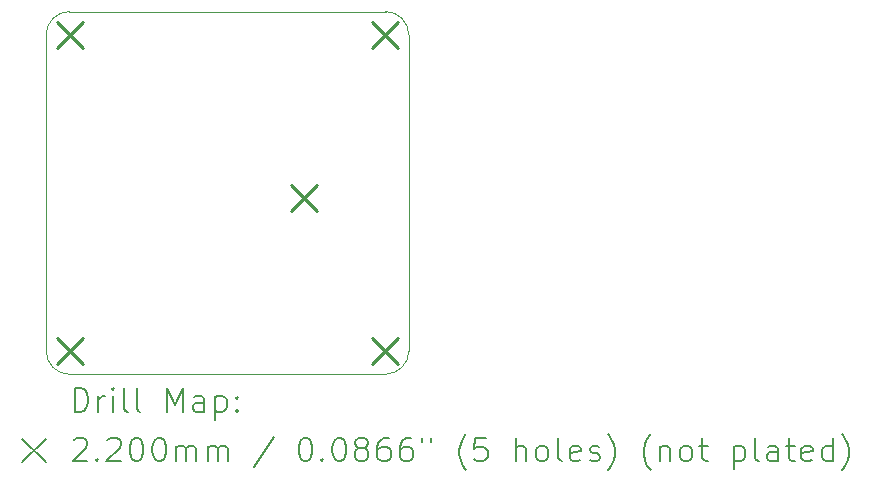
<source format=gbr>
%TF.GenerationSoftware,KiCad,Pcbnew,7.0.1*%
%TF.CreationDate,2023-07-20T02:47:48+02:00*%
%TF.ProjectId,imu_9_axis,696d755f-395f-4617-9869-732e6b696361,rev?*%
%TF.SameCoordinates,Original*%
%TF.FileFunction,Drillmap*%
%TF.FilePolarity,Positive*%
%FSLAX45Y45*%
G04 Gerber Fmt 4.5, Leading zero omitted, Abs format (unit mm)*
G04 Created by KiCad (PCBNEW 7.0.1) date 2023-07-20 02:47:48*
%MOMM*%
%LPD*%
G01*
G04 APERTURE LIST*
%ADD10C,0.100000*%
%ADD11C,0.200000*%
%ADD12C,0.220000*%
G04 APERTURE END LIST*
D10*
X12256023Y-4402500D02*
X14933977Y-4402500D01*
X14933977Y-7472500D02*
X12256023Y-7472500D01*
X12060000Y-7276477D02*
X12060000Y-4598523D01*
X15130000Y-4598523D02*
X15130000Y-7276477D01*
X12060000Y-7276477D02*
G75*
G03*
X12256023Y-7472500I196020J-3D01*
G01*
X14933977Y-7472500D02*
G75*
G03*
X15130000Y-7276477I3J196020D01*
G01*
X12256023Y-4402500D02*
G75*
G03*
X12060000Y-4598523I-3J-196020D01*
G01*
X15130000Y-4598523D02*
G75*
G03*
X14933977Y-4402500I-196020J3D01*
G01*
D11*
D12*
X12150000Y-4492500D02*
X12370000Y-4712500D01*
X12370000Y-4492500D02*
X12150000Y-4712500D01*
X12150000Y-7162500D02*
X12370000Y-7382500D01*
X12370000Y-7162500D02*
X12150000Y-7382500D01*
X14135000Y-5870750D02*
X14355000Y-6090750D01*
X14355000Y-5870750D02*
X14135000Y-6090750D01*
X14820000Y-4492500D02*
X15040000Y-4712500D01*
X15040000Y-4492500D02*
X14820000Y-4712500D01*
X14820000Y-7162500D02*
X15040000Y-7382500D01*
X15040000Y-7162500D02*
X14820000Y-7382500D01*
D11*
X12302619Y-7790024D02*
X12302619Y-7590024D01*
X12302619Y-7590024D02*
X12350238Y-7590024D01*
X12350238Y-7590024D02*
X12378809Y-7599548D01*
X12378809Y-7599548D02*
X12397857Y-7618595D01*
X12397857Y-7618595D02*
X12407381Y-7637643D01*
X12407381Y-7637643D02*
X12416905Y-7675738D01*
X12416905Y-7675738D02*
X12416905Y-7704309D01*
X12416905Y-7704309D02*
X12407381Y-7742405D01*
X12407381Y-7742405D02*
X12397857Y-7761452D01*
X12397857Y-7761452D02*
X12378809Y-7780500D01*
X12378809Y-7780500D02*
X12350238Y-7790024D01*
X12350238Y-7790024D02*
X12302619Y-7790024D01*
X12502619Y-7790024D02*
X12502619Y-7656690D01*
X12502619Y-7694786D02*
X12512143Y-7675738D01*
X12512143Y-7675738D02*
X12521667Y-7666214D01*
X12521667Y-7666214D02*
X12540714Y-7656690D01*
X12540714Y-7656690D02*
X12559762Y-7656690D01*
X12626428Y-7790024D02*
X12626428Y-7656690D01*
X12626428Y-7590024D02*
X12616905Y-7599548D01*
X12616905Y-7599548D02*
X12626428Y-7609071D01*
X12626428Y-7609071D02*
X12635952Y-7599548D01*
X12635952Y-7599548D02*
X12626428Y-7590024D01*
X12626428Y-7590024D02*
X12626428Y-7609071D01*
X12750238Y-7790024D02*
X12731190Y-7780500D01*
X12731190Y-7780500D02*
X12721667Y-7761452D01*
X12721667Y-7761452D02*
X12721667Y-7590024D01*
X12855000Y-7790024D02*
X12835952Y-7780500D01*
X12835952Y-7780500D02*
X12826428Y-7761452D01*
X12826428Y-7761452D02*
X12826428Y-7590024D01*
X13083571Y-7790024D02*
X13083571Y-7590024D01*
X13083571Y-7590024D02*
X13150238Y-7732881D01*
X13150238Y-7732881D02*
X13216905Y-7590024D01*
X13216905Y-7590024D02*
X13216905Y-7790024D01*
X13397857Y-7790024D02*
X13397857Y-7685262D01*
X13397857Y-7685262D02*
X13388333Y-7666214D01*
X13388333Y-7666214D02*
X13369286Y-7656690D01*
X13369286Y-7656690D02*
X13331190Y-7656690D01*
X13331190Y-7656690D02*
X13312143Y-7666214D01*
X13397857Y-7780500D02*
X13378809Y-7790024D01*
X13378809Y-7790024D02*
X13331190Y-7790024D01*
X13331190Y-7790024D02*
X13312143Y-7780500D01*
X13312143Y-7780500D02*
X13302619Y-7761452D01*
X13302619Y-7761452D02*
X13302619Y-7742405D01*
X13302619Y-7742405D02*
X13312143Y-7723357D01*
X13312143Y-7723357D02*
X13331190Y-7713833D01*
X13331190Y-7713833D02*
X13378809Y-7713833D01*
X13378809Y-7713833D02*
X13397857Y-7704309D01*
X13493095Y-7656690D02*
X13493095Y-7856690D01*
X13493095Y-7666214D02*
X13512143Y-7656690D01*
X13512143Y-7656690D02*
X13550238Y-7656690D01*
X13550238Y-7656690D02*
X13569286Y-7666214D01*
X13569286Y-7666214D02*
X13578809Y-7675738D01*
X13578809Y-7675738D02*
X13588333Y-7694786D01*
X13588333Y-7694786D02*
X13588333Y-7751928D01*
X13588333Y-7751928D02*
X13578809Y-7770976D01*
X13578809Y-7770976D02*
X13569286Y-7780500D01*
X13569286Y-7780500D02*
X13550238Y-7790024D01*
X13550238Y-7790024D02*
X13512143Y-7790024D01*
X13512143Y-7790024D02*
X13493095Y-7780500D01*
X13674048Y-7770976D02*
X13683571Y-7780500D01*
X13683571Y-7780500D02*
X13674048Y-7790024D01*
X13674048Y-7790024D02*
X13664524Y-7780500D01*
X13664524Y-7780500D02*
X13674048Y-7770976D01*
X13674048Y-7770976D02*
X13674048Y-7790024D01*
X13674048Y-7666214D02*
X13683571Y-7675738D01*
X13683571Y-7675738D02*
X13674048Y-7685262D01*
X13674048Y-7685262D02*
X13664524Y-7675738D01*
X13664524Y-7675738D02*
X13674048Y-7666214D01*
X13674048Y-7666214D02*
X13674048Y-7685262D01*
X11855000Y-8017500D02*
X12055000Y-8217500D01*
X12055000Y-8017500D02*
X11855000Y-8217500D01*
X12293095Y-8029071D02*
X12302619Y-8019548D01*
X12302619Y-8019548D02*
X12321667Y-8010024D01*
X12321667Y-8010024D02*
X12369286Y-8010024D01*
X12369286Y-8010024D02*
X12388333Y-8019548D01*
X12388333Y-8019548D02*
X12397857Y-8029071D01*
X12397857Y-8029071D02*
X12407381Y-8048119D01*
X12407381Y-8048119D02*
X12407381Y-8067167D01*
X12407381Y-8067167D02*
X12397857Y-8095738D01*
X12397857Y-8095738D02*
X12283571Y-8210024D01*
X12283571Y-8210024D02*
X12407381Y-8210024D01*
X12493095Y-8190976D02*
X12502619Y-8200500D01*
X12502619Y-8200500D02*
X12493095Y-8210024D01*
X12493095Y-8210024D02*
X12483571Y-8200500D01*
X12483571Y-8200500D02*
X12493095Y-8190976D01*
X12493095Y-8190976D02*
X12493095Y-8210024D01*
X12578809Y-8029071D02*
X12588333Y-8019548D01*
X12588333Y-8019548D02*
X12607381Y-8010024D01*
X12607381Y-8010024D02*
X12655000Y-8010024D01*
X12655000Y-8010024D02*
X12674048Y-8019548D01*
X12674048Y-8019548D02*
X12683571Y-8029071D01*
X12683571Y-8029071D02*
X12693095Y-8048119D01*
X12693095Y-8048119D02*
X12693095Y-8067167D01*
X12693095Y-8067167D02*
X12683571Y-8095738D01*
X12683571Y-8095738D02*
X12569286Y-8210024D01*
X12569286Y-8210024D02*
X12693095Y-8210024D01*
X12816905Y-8010024D02*
X12835952Y-8010024D01*
X12835952Y-8010024D02*
X12855000Y-8019548D01*
X12855000Y-8019548D02*
X12864524Y-8029071D01*
X12864524Y-8029071D02*
X12874048Y-8048119D01*
X12874048Y-8048119D02*
X12883571Y-8086214D01*
X12883571Y-8086214D02*
X12883571Y-8133833D01*
X12883571Y-8133833D02*
X12874048Y-8171928D01*
X12874048Y-8171928D02*
X12864524Y-8190976D01*
X12864524Y-8190976D02*
X12855000Y-8200500D01*
X12855000Y-8200500D02*
X12835952Y-8210024D01*
X12835952Y-8210024D02*
X12816905Y-8210024D01*
X12816905Y-8210024D02*
X12797857Y-8200500D01*
X12797857Y-8200500D02*
X12788333Y-8190976D01*
X12788333Y-8190976D02*
X12778809Y-8171928D01*
X12778809Y-8171928D02*
X12769286Y-8133833D01*
X12769286Y-8133833D02*
X12769286Y-8086214D01*
X12769286Y-8086214D02*
X12778809Y-8048119D01*
X12778809Y-8048119D02*
X12788333Y-8029071D01*
X12788333Y-8029071D02*
X12797857Y-8019548D01*
X12797857Y-8019548D02*
X12816905Y-8010024D01*
X13007381Y-8010024D02*
X13026429Y-8010024D01*
X13026429Y-8010024D02*
X13045476Y-8019548D01*
X13045476Y-8019548D02*
X13055000Y-8029071D01*
X13055000Y-8029071D02*
X13064524Y-8048119D01*
X13064524Y-8048119D02*
X13074048Y-8086214D01*
X13074048Y-8086214D02*
X13074048Y-8133833D01*
X13074048Y-8133833D02*
X13064524Y-8171928D01*
X13064524Y-8171928D02*
X13055000Y-8190976D01*
X13055000Y-8190976D02*
X13045476Y-8200500D01*
X13045476Y-8200500D02*
X13026429Y-8210024D01*
X13026429Y-8210024D02*
X13007381Y-8210024D01*
X13007381Y-8210024D02*
X12988333Y-8200500D01*
X12988333Y-8200500D02*
X12978809Y-8190976D01*
X12978809Y-8190976D02*
X12969286Y-8171928D01*
X12969286Y-8171928D02*
X12959762Y-8133833D01*
X12959762Y-8133833D02*
X12959762Y-8086214D01*
X12959762Y-8086214D02*
X12969286Y-8048119D01*
X12969286Y-8048119D02*
X12978809Y-8029071D01*
X12978809Y-8029071D02*
X12988333Y-8019548D01*
X12988333Y-8019548D02*
X13007381Y-8010024D01*
X13159762Y-8210024D02*
X13159762Y-8076690D01*
X13159762Y-8095738D02*
X13169286Y-8086214D01*
X13169286Y-8086214D02*
X13188333Y-8076690D01*
X13188333Y-8076690D02*
X13216905Y-8076690D01*
X13216905Y-8076690D02*
X13235952Y-8086214D01*
X13235952Y-8086214D02*
X13245476Y-8105262D01*
X13245476Y-8105262D02*
X13245476Y-8210024D01*
X13245476Y-8105262D02*
X13255000Y-8086214D01*
X13255000Y-8086214D02*
X13274048Y-8076690D01*
X13274048Y-8076690D02*
X13302619Y-8076690D01*
X13302619Y-8076690D02*
X13321667Y-8086214D01*
X13321667Y-8086214D02*
X13331190Y-8105262D01*
X13331190Y-8105262D02*
X13331190Y-8210024D01*
X13426429Y-8210024D02*
X13426429Y-8076690D01*
X13426429Y-8095738D02*
X13435952Y-8086214D01*
X13435952Y-8086214D02*
X13455000Y-8076690D01*
X13455000Y-8076690D02*
X13483571Y-8076690D01*
X13483571Y-8076690D02*
X13502619Y-8086214D01*
X13502619Y-8086214D02*
X13512143Y-8105262D01*
X13512143Y-8105262D02*
X13512143Y-8210024D01*
X13512143Y-8105262D02*
X13521667Y-8086214D01*
X13521667Y-8086214D02*
X13540714Y-8076690D01*
X13540714Y-8076690D02*
X13569286Y-8076690D01*
X13569286Y-8076690D02*
X13588333Y-8086214D01*
X13588333Y-8086214D02*
X13597857Y-8105262D01*
X13597857Y-8105262D02*
X13597857Y-8210024D01*
X13988333Y-8000500D02*
X13816905Y-8257643D01*
X14245476Y-8010024D02*
X14264524Y-8010024D01*
X14264524Y-8010024D02*
X14283572Y-8019548D01*
X14283572Y-8019548D02*
X14293095Y-8029071D01*
X14293095Y-8029071D02*
X14302619Y-8048119D01*
X14302619Y-8048119D02*
X14312143Y-8086214D01*
X14312143Y-8086214D02*
X14312143Y-8133833D01*
X14312143Y-8133833D02*
X14302619Y-8171928D01*
X14302619Y-8171928D02*
X14293095Y-8190976D01*
X14293095Y-8190976D02*
X14283572Y-8200500D01*
X14283572Y-8200500D02*
X14264524Y-8210024D01*
X14264524Y-8210024D02*
X14245476Y-8210024D01*
X14245476Y-8210024D02*
X14226429Y-8200500D01*
X14226429Y-8200500D02*
X14216905Y-8190976D01*
X14216905Y-8190976D02*
X14207381Y-8171928D01*
X14207381Y-8171928D02*
X14197857Y-8133833D01*
X14197857Y-8133833D02*
X14197857Y-8086214D01*
X14197857Y-8086214D02*
X14207381Y-8048119D01*
X14207381Y-8048119D02*
X14216905Y-8029071D01*
X14216905Y-8029071D02*
X14226429Y-8019548D01*
X14226429Y-8019548D02*
X14245476Y-8010024D01*
X14397857Y-8190976D02*
X14407381Y-8200500D01*
X14407381Y-8200500D02*
X14397857Y-8210024D01*
X14397857Y-8210024D02*
X14388333Y-8200500D01*
X14388333Y-8200500D02*
X14397857Y-8190976D01*
X14397857Y-8190976D02*
X14397857Y-8210024D01*
X14531191Y-8010024D02*
X14550238Y-8010024D01*
X14550238Y-8010024D02*
X14569286Y-8019548D01*
X14569286Y-8019548D02*
X14578810Y-8029071D01*
X14578810Y-8029071D02*
X14588333Y-8048119D01*
X14588333Y-8048119D02*
X14597857Y-8086214D01*
X14597857Y-8086214D02*
X14597857Y-8133833D01*
X14597857Y-8133833D02*
X14588333Y-8171928D01*
X14588333Y-8171928D02*
X14578810Y-8190976D01*
X14578810Y-8190976D02*
X14569286Y-8200500D01*
X14569286Y-8200500D02*
X14550238Y-8210024D01*
X14550238Y-8210024D02*
X14531191Y-8210024D01*
X14531191Y-8210024D02*
X14512143Y-8200500D01*
X14512143Y-8200500D02*
X14502619Y-8190976D01*
X14502619Y-8190976D02*
X14493095Y-8171928D01*
X14493095Y-8171928D02*
X14483572Y-8133833D01*
X14483572Y-8133833D02*
X14483572Y-8086214D01*
X14483572Y-8086214D02*
X14493095Y-8048119D01*
X14493095Y-8048119D02*
X14502619Y-8029071D01*
X14502619Y-8029071D02*
X14512143Y-8019548D01*
X14512143Y-8019548D02*
X14531191Y-8010024D01*
X14712143Y-8095738D02*
X14693095Y-8086214D01*
X14693095Y-8086214D02*
X14683572Y-8076690D01*
X14683572Y-8076690D02*
X14674048Y-8057643D01*
X14674048Y-8057643D02*
X14674048Y-8048119D01*
X14674048Y-8048119D02*
X14683572Y-8029071D01*
X14683572Y-8029071D02*
X14693095Y-8019548D01*
X14693095Y-8019548D02*
X14712143Y-8010024D01*
X14712143Y-8010024D02*
X14750238Y-8010024D01*
X14750238Y-8010024D02*
X14769286Y-8019548D01*
X14769286Y-8019548D02*
X14778810Y-8029071D01*
X14778810Y-8029071D02*
X14788333Y-8048119D01*
X14788333Y-8048119D02*
X14788333Y-8057643D01*
X14788333Y-8057643D02*
X14778810Y-8076690D01*
X14778810Y-8076690D02*
X14769286Y-8086214D01*
X14769286Y-8086214D02*
X14750238Y-8095738D01*
X14750238Y-8095738D02*
X14712143Y-8095738D01*
X14712143Y-8095738D02*
X14693095Y-8105262D01*
X14693095Y-8105262D02*
X14683572Y-8114786D01*
X14683572Y-8114786D02*
X14674048Y-8133833D01*
X14674048Y-8133833D02*
X14674048Y-8171928D01*
X14674048Y-8171928D02*
X14683572Y-8190976D01*
X14683572Y-8190976D02*
X14693095Y-8200500D01*
X14693095Y-8200500D02*
X14712143Y-8210024D01*
X14712143Y-8210024D02*
X14750238Y-8210024D01*
X14750238Y-8210024D02*
X14769286Y-8200500D01*
X14769286Y-8200500D02*
X14778810Y-8190976D01*
X14778810Y-8190976D02*
X14788333Y-8171928D01*
X14788333Y-8171928D02*
X14788333Y-8133833D01*
X14788333Y-8133833D02*
X14778810Y-8114786D01*
X14778810Y-8114786D02*
X14769286Y-8105262D01*
X14769286Y-8105262D02*
X14750238Y-8095738D01*
X14959762Y-8010024D02*
X14921667Y-8010024D01*
X14921667Y-8010024D02*
X14902619Y-8019548D01*
X14902619Y-8019548D02*
X14893095Y-8029071D01*
X14893095Y-8029071D02*
X14874048Y-8057643D01*
X14874048Y-8057643D02*
X14864524Y-8095738D01*
X14864524Y-8095738D02*
X14864524Y-8171928D01*
X14864524Y-8171928D02*
X14874048Y-8190976D01*
X14874048Y-8190976D02*
X14883572Y-8200500D01*
X14883572Y-8200500D02*
X14902619Y-8210024D01*
X14902619Y-8210024D02*
X14940714Y-8210024D01*
X14940714Y-8210024D02*
X14959762Y-8200500D01*
X14959762Y-8200500D02*
X14969286Y-8190976D01*
X14969286Y-8190976D02*
X14978810Y-8171928D01*
X14978810Y-8171928D02*
X14978810Y-8124309D01*
X14978810Y-8124309D02*
X14969286Y-8105262D01*
X14969286Y-8105262D02*
X14959762Y-8095738D01*
X14959762Y-8095738D02*
X14940714Y-8086214D01*
X14940714Y-8086214D02*
X14902619Y-8086214D01*
X14902619Y-8086214D02*
X14883572Y-8095738D01*
X14883572Y-8095738D02*
X14874048Y-8105262D01*
X14874048Y-8105262D02*
X14864524Y-8124309D01*
X15150238Y-8010024D02*
X15112143Y-8010024D01*
X15112143Y-8010024D02*
X15093095Y-8019548D01*
X15093095Y-8019548D02*
X15083572Y-8029071D01*
X15083572Y-8029071D02*
X15064524Y-8057643D01*
X15064524Y-8057643D02*
X15055000Y-8095738D01*
X15055000Y-8095738D02*
X15055000Y-8171928D01*
X15055000Y-8171928D02*
X15064524Y-8190976D01*
X15064524Y-8190976D02*
X15074048Y-8200500D01*
X15074048Y-8200500D02*
X15093095Y-8210024D01*
X15093095Y-8210024D02*
X15131191Y-8210024D01*
X15131191Y-8210024D02*
X15150238Y-8200500D01*
X15150238Y-8200500D02*
X15159762Y-8190976D01*
X15159762Y-8190976D02*
X15169286Y-8171928D01*
X15169286Y-8171928D02*
X15169286Y-8124309D01*
X15169286Y-8124309D02*
X15159762Y-8105262D01*
X15159762Y-8105262D02*
X15150238Y-8095738D01*
X15150238Y-8095738D02*
X15131191Y-8086214D01*
X15131191Y-8086214D02*
X15093095Y-8086214D01*
X15093095Y-8086214D02*
X15074048Y-8095738D01*
X15074048Y-8095738D02*
X15064524Y-8105262D01*
X15064524Y-8105262D02*
X15055000Y-8124309D01*
X15245476Y-8010024D02*
X15245476Y-8048119D01*
X15321667Y-8010024D02*
X15321667Y-8048119D01*
X15616905Y-8286214D02*
X15607381Y-8276690D01*
X15607381Y-8276690D02*
X15588334Y-8248119D01*
X15588334Y-8248119D02*
X15578810Y-8229071D01*
X15578810Y-8229071D02*
X15569286Y-8200500D01*
X15569286Y-8200500D02*
X15559762Y-8152881D01*
X15559762Y-8152881D02*
X15559762Y-8114786D01*
X15559762Y-8114786D02*
X15569286Y-8067167D01*
X15569286Y-8067167D02*
X15578810Y-8038595D01*
X15578810Y-8038595D02*
X15588334Y-8019548D01*
X15588334Y-8019548D02*
X15607381Y-7990976D01*
X15607381Y-7990976D02*
X15616905Y-7981452D01*
X15788334Y-8010024D02*
X15693095Y-8010024D01*
X15693095Y-8010024D02*
X15683572Y-8105262D01*
X15683572Y-8105262D02*
X15693095Y-8095738D01*
X15693095Y-8095738D02*
X15712143Y-8086214D01*
X15712143Y-8086214D02*
X15759762Y-8086214D01*
X15759762Y-8086214D02*
X15778810Y-8095738D01*
X15778810Y-8095738D02*
X15788334Y-8105262D01*
X15788334Y-8105262D02*
X15797857Y-8124309D01*
X15797857Y-8124309D02*
X15797857Y-8171928D01*
X15797857Y-8171928D02*
X15788334Y-8190976D01*
X15788334Y-8190976D02*
X15778810Y-8200500D01*
X15778810Y-8200500D02*
X15759762Y-8210024D01*
X15759762Y-8210024D02*
X15712143Y-8210024D01*
X15712143Y-8210024D02*
X15693095Y-8200500D01*
X15693095Y-8200500D02*
X15683572Y-8190976D01*
X16035953Y-8210024D02*
X16035953Y-8010024D01*
X16121667Y-8210024D02*
X16121667Y-8105262D01*
X16121667Y-8105262D02*
X16112143Y-8086214D01*
X16112143Y-8086214D02*
X16093096Y-8076690D01*
X16093096Y-8076690D02*
X16064524Y-8076690D01*
X16064524Y-8076690D02*
X16045476Y-8086214D01*
X16045476Y-8086214D02*
X16035953Y-8095738D01*
X16245476Y-8210024D02*
X16226429Y-8200500D01*
X16226429Y-8200500D02*
X16216905Y-8190976D01*
X16216905Y-8190976D02*
X16207381Y-8171928D01*
X16207381Y-8171928D02*
X16207381Y-8114786D01*
X16207381Y-8114786D02*
X16216905Y-8095738D01*
X16216905Y-8095738D02*
X16226429Y-8086214D01*
X16226429Y-8086214D02*
X16245476Y-8076690D01*
X16245476Y-8076690D02*
X16274048Y-8076690D01*
X16274048Y-8076690D02*
X16293096Y-8086214D01*
X16293096Y-8086214D02*
X16302619Y-8095738D01*
X16302619Y-8095738D02*
X16312143Y-8114786D01*
X16312143Y-8114786D02*
X16312143Y-8171928D01*
X16312143Y-8171928D02*
X16302619Y-8190976D01*
X16302619Y-8190976D02*
X16293096Y-8200500D01*
X16293096Y-8200500D02*
X16274048Y-8210024D01*
X16274048Y-8210024D02*
X16245476Y-8210024D01*
X16426429Y-8210024D02*
X16407381Y-8200500D01*
X16407381Y-8200500D02*
X16397857Y-8181452D01*
X16397857Y-8181452D02*
X16397857Y-8010024D01*
X16578810Y-8200500D02*
X16559762Y-8210024D01*
X16559762Y-8210024D02*
X16521667Y-8210024D01*
X16521667Y-8210024D02*
X16502619Y-8200500D01*
X16502619Y-8200500D02*
X16493096Y-8181452D01*
X16493096Y-8181452D02*
X16493096Y-8105262D01*
X16493096Y-8105262D02*
X16502619Y-8086214D01*
X16502619Y-8086214D02*
X16521667Y-8076690D01*
X16521667Y-8076690D02*
X16559762Y-8076690D01*
X16559762Y-8076690D02*
X16578810Y-8086214D01*
X16578810Y-8086214D02*
X16588334Y-8105262D01*
X16588334Y-8105262D02*
X16588334Y-8124309D01*
X16588334Y-8124309D02*
X16493096Y-8143357D01*
X16664524Y-8200500D02*
X16683572Y-8210024D01*
X16683572Y-8210024D02*
X16721667Y-8210024D01*
X16721667Y-8210024D02*
X16740715Y-8200500D01*
X16740715Y-8200500D02*
X16750238Y-8181452D01*
X16750238Y-8181452D02*
X16750238Y-8171928D01*
X16750238Y-8171928D02*
X16740715Y-8152881D01*
X16740715Y-8152881D02*
X16721667Y-8143357D01*
X16721667Y-8143357D02*
X16693096Y-8143357D01*
X16693096Y-8143357D02*
X16674048Y-8133833D01*
X16674048Y-8133833D02*
X16664524Y-8114786D01*
X16664524Y-8114786D02*
X16664524Y-8105262D01*
X16664524Y-8105262D02*
X16674048Y-8086214D01*
X16674048Y-8086214D02*
X16693096Y-8076690D01*
X16693096Y-8076690D02*
X16721667Y-8076690D01*
X16721667Y-8076690D02*
X16740715Y-8086214D01*
X16816905Y-8286214D02*
X16826429Y-8276690D01*
X16826429Y-8276690D02*
X16845477Y-8248119D01*
X16845477Y-8248119D02*
X16855000Y-8229071D01*
X16855000Y-8229071D02*
X16864524Y-8200500D01*
X16864524Y-8200500D02*
X16874048Y-8152881D01*
X16874048Y-8152881D02*
X16874048Y-8114786D01*
X16874048Y-8114786D02*
X16864524Y-8067167D01*
X16864524Y-8067167D02*
X16855000Y-8038595D01*
X16855000Y-8038595D02*
X16845477Y-8019548D01*
X16845477Y-8019548D02*
X16826429Y-7990976D01*
X16826429Y-7990976D02*
X16816905Y-7981452D01*
X17178810Y-8286214D02*
X17169286Y-8276690D01*
X17169286Y-8276690D02*
X17150239Y-8248119D01*
X17150239Y-8248119D02*
X17140715Y-8229071D01*
X17140715Y-8229071D02*
X17131191Y-8200500D01*
X17131191Y-8200500D02*
X17121667Y-8152881D01*
X17121667Y-8152881D02*
X17121667Y-8114786D01*
X17121667Y-8114786D02*
X17131191Y-8067167D01*
X17131191Y-8067167D02*
X17140715Y-8038595D01*
X17140715Y-8038595D02*
X17150239Y-8019548D01*
X17150239Y-8019548D02*
X17169286Y-7990976D01*
X17169286Y-7990976D02*
X17178810Y-7981452D01*
X17255000Y-8076690D02*
X17255000Y-8210024D01*
X17255000Y-8095738D02*
X17264524Y-8086214D01*
X17264524Y-8086214D02*
X17283572Y-8076690D01*
X17283572Y-8076690D02*
X17312143Y-8076690D01*
X17312143Y-8076690D02*
X17331191Y-8086214D01*
X17331191Y-8086214D02*
X17340715Y-8105262D01*
X17340715Y-8105262D02*
X17340715Y-8210024D01*
X17464524Y-8210024D02*
X17445477Y-8200500D01*
X17445477Y-8200500D02*
X17435953Y-8190976D01*
X17435953Y-8190976D02*
X17426429Y-8171928D01*
X17426429Y-8171928D02*
X17426429Y-8114786D01*
X17426429Y-8114786D02*
X17435953Y-8095738D01*
X17435953Y-8095738D02*
X17445477Y-8086214D01*
X17445477Y-8086214D02*
X17464524Y-8076690D01*
X17464524Y-8076690D02*
X17493096Y-8076690D01*
X17493096Y-8076690D02*
X17512143Y-8086214D01*
X17512143Y-8086214D02*
X17521667Y-8095738D01*
X17521667Y-8095738D02*
X17531191Y-8114786D01*
X17531191Y-8114786D02*
X17531191Y-8171928D01*
X17531191Y-8171928D02*
X17521667Y-8190976D01*
X17521667Y-8190976D02*
X17512143Y-8200500D01*
X17512143Y-8200500D02*
X17493096Y-8210024D01*
X17493096Y-8210024D02*
X17464524Y-8210024D01*
X17588334Y-8076690D02*
X17664524Y-8076690D01*
X17616905Y-8010024D02*
X17616905Y-8181452D01*
X17616905Y-8181452D02*
X17626429Y-8200500D01*
X17626429Y-8200500D02*
X17645477Y-8210024D01*
X17645477Y-8210024D02*
X17664524Y-8210024D01*
X17883572Y-8076690D02*
X17883572Y-8276690D01*
X17883572Y-8086214D02*
X17902620Y-8076690D01*
X17902620Y-8076690D02*
X17940715Y-8076690D01*
X17940715Y-8076690D02*
X17959762Y-8086214D01*
X17959762Y-8086214D02*
X17969286Y-8095738D01*
X17969286Y-8095738D02*
X17978810Y-8114786D01*
X17978810Y-8114786D02*
X17978810Y-8171928D01*
X17978810Y-8171928D02*
X17969286Y-8190976D01*
X17969286Y-8190976D02*
X17959762Y-8200500D01*
X17959762Y-8200500D02*
X17940715Y-8210024D01*
X17940715Y-8210024D02*
X17902620Y-8210024D01*
X17902620Y-8210024D02*
X17883572Y-8200500D01*
X18093096Y-8210024D02*
X18074048Y-8200500D01*
X18074048Y-8200500D02*
X18064524Y-8181452D01*
X18064524Y-8181452D02*
X18064524Y-8010024D01*
X18255001Y-8210024D02*
X18255001Y-8105262D01*
X18255001Y-8105262D02*
X18245477Y-8086214D01*
X18245477Y-8086214D02*
X18226429Y-8076690D01*
X18226429Y-8076690D02*
X18188334Y-8076690D01*
X18188334Y-8076690D02*
X18169286Y-8086214D01*
X18255001Y-8200500D02*
X18235953Y-8210024D01*
X18235953Y-8210024D02*
X18188334Y-8210024D01*
X18188334Y-8210024D02*
X18169286Y-8200500D01*
X18169286Y-8200500D02*
X18159762Y-8181452D01*
X18159762Y-8181452D02*
X18159762Y-8162405D01*
X18159762Y-8162405D02*
X18169286Y-8143357D01*
X18169286Y-8143357D02*
X18188334Y-8133833D01*
X18188334Y-8133833D02*
X18235953Y-8133833D01*
X18235953Y-8133833D02*
X18255001Y-8124309D01*
X18321667Y-8076690D02*
X18397858Y-8076690D01*
X18350239Y-8010024D02*
X18350239Y-8181452D01*
X18350239Y-8181452D02*
X18359762Y-8200500D01*
X18359762Y-8200500D02*
X18378810Y-8210024D01*
X18378810Y-8210024D02*
X18397858Y-8210024D01*
X18540715Y-8200500D02*
X18521667Y-8210024D01*
X18521667Y-8210024D02*
X18483572Y-8210024D01*
X18483572Y-8210024D02*
X18464524Y-8200500D01*
X18464524Y-8200500D02*
X18455001Y-8181452D01*
X18455001Y-8181452D02*
X18455001Y-8105262D01*
X18455001Y-8105262D02*
X18464524Y-8086214D01*
X18464524Y-8086214D02*
X18483572Y-8076690D01*
X18483572Y-8076690D02*
X18521667Y-8076690D01*
X18521667Y-8076690D02*
X18540715Y-8086214D01*
X18540715Y-8086214D02*
X18550239Y-8105262D01*
X18550239Y-8105262D02*
X18550239Y-8124309D01*
X18550239Y-8124309D02*
X18455001Y-8143357D01*
X18721667Y-8210024D02*
X18721667Y-8010024D01*
X18721667Y-8200500D02*
X18702620Y-8210024D01*
X18702620Y-8210024D02*
X18664524Y-8210024D01*
X18664524Y-8210024D02*
X18645477Y-8200500D01*
X18645477Y-8200500D02*
X18635953Y-8190976D01*
X18635953Y-8190976D02*
X18626429Y-8171928D01*
X18626429Y-8171928D02*
X18626429Y-8114786D01*
X18626429Y-8114786D02*
X18635953Y-8095738D01*
X18635953Y-8095738D02*
X18645477Y-8086214D01*
X18645477Y-8086214D02*
X18664524Y-8076690D01*
X18664524Y-8076690D02*
X18702620Y-8076690D01*
X18702620Y-8076690D02*
X18721667Y-8086214D01*
X18797858Y-8286214D02*
X18807382Y-8276690D01*
X18807382Y-8276690D02*
X18826429Y-8248119D01*
X18826429Y-8248119D02*
X18835953Y-8229071D01*
X18835953Y-8229071D02*
X18845477Y-8200500D01*
X18845477Y-8200500D02*
X18855001Y-8152881D01*
X18855001Y-8152881D02*
X18855001Y-8114786D01*
X18855001Y-8114786D02*
X18845477Y-8067167D01*
X18845477Y-8067167D02*
X18835953Y-8038595D01*
X18835953Y-8038595D02*
X18826429Y-8019548D01*
X18826429Y-8019548D02*
X18807382Y-7990976D01*
X18807382Y-7990976D02*
X18797858Y-7981452D01*
M02*

</source>
